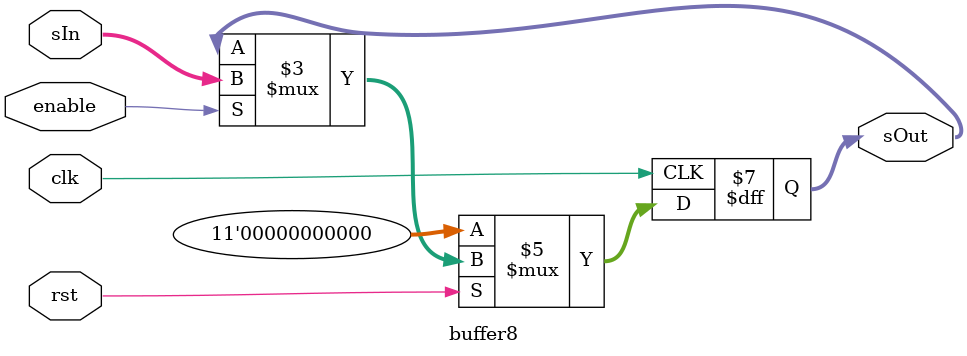
<source format=v>
module buffer8(sIn, sOut, enable, clk, rst);
	
	input clk, enable, rst;
	
	input [10:0] sIn;
	output reg [10:0] sOut;
	
	always @(posedge clk) begin
		if (rst) begin
			if (enable) sOut <= sIn;
		
		end
	
		else
			sOut <= 4'd0;
		
	end

endmodule

</source>
